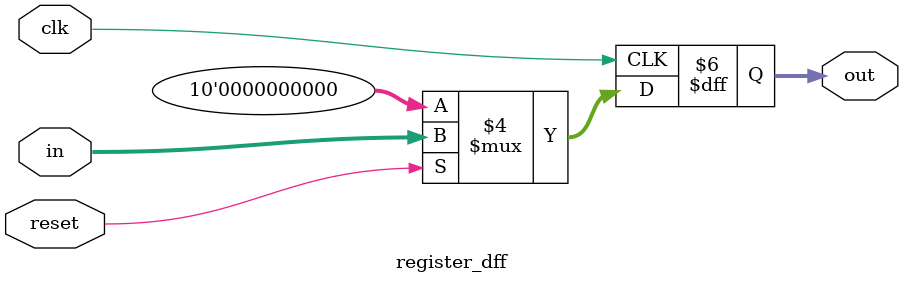
<source format=sv>
module register_dff #(parameter N=10) (input logic [N-1:0] in,
													output logic [N-1:0] out,
													input logic clk, reset);
													
					always_ff @ (posedge clk)
					begin 
					if (reset == 1'b0)
						out <= 1'b0;
					else
						out <= in;
					end
					
endmodule 
					
</source>
